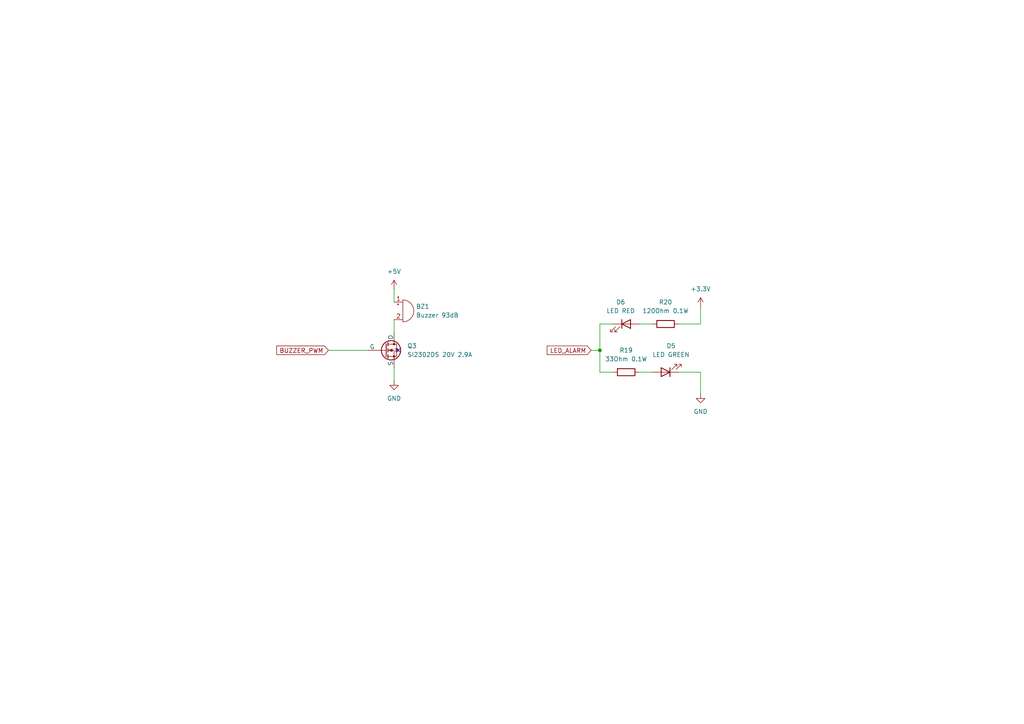
<source format=kicad_sch>
(kicad_sch (version 20250114) (generator "eeschema") (generator_version "9.0")
  (paper "A4")
  (lib_symbols
    (symbol "Device:Buzzer" (pin_names (offset 0.0254) (hide yes))
      (property "Reference" "BZ" (at 3.81 1.27 0))
      (property "Value" "Buzzer" (at 3.81 -1.27 0))
      (symbol "Buzzer_0_1"
        (polyline (pts (xy -1.651 1.905) (xy -1.143 1.905)))
        (polyline (pts (xy -1.397 2.159) (xy -1.397 1.651)))
        (arc (start 0 3.175) (mid 3.1612 0) (end 0 -3.175))
        (polyline (pts (xy 0 3.175) (xy 0 -3.175)))
      )
      (symbol "Buzzer_1_1"
        (pin passive line (at -2.54 2.54 0) (length 2.54) (name "+") (number "1"))
        (pin passive line (at -2.54 -2.54 0) (length 2.54) (name "-") (number "2"))
      )
    )
    (symbol "Device:LED" (pin_numbers (hide yes)) (pin_names (offset 1.016) (hide yes))
      (property "Reference" "D" (at 0 2.54 0))
      (property "Value" "LED" (at 0 -2.54 0))
      (symbol "LED_0_1"
        (polyline (pts (xy -3.048 -0.762) (xy -4.572 -2.286) (xy -3.81 -2.286) (xy -4.572 -2.286) (xy -4.572 -1.524)))
        (polyline (pts (xy -1.778 -0.762) (xy -3.302 -2.286) (xy -2.54 -2.286) (xy -3.302 -2.286) (xy -3.302 -1.524)))
        (polyline (pts (xy -1.27 0) (xy 1.27 0)))
        (polyline (pts (xy -1.27 -1.27) (xy -1.27 1.27)) (stroke (width 0.254)))
        (polyline (pts (xy 1.27 -1.27) (xy 1.27 1.27) (xy -1.27 0) (xy 1.27 -1.27)) (stroke (width 0.254)))
      )
      (symbol "LED_1_1"
        (pin passive line (at -3.81 0 0) (length 2.54) (name "K") (number "1"))
        (pin passive line (at 3.81 0 180) (length 2.54) (name "A") (number "2"))
      )
    )
    (symbol "Device:R" (pin_numbers (hide yes)) (pin_names (offset 0))
      (property "Reference" "R" (at 2.032 0 90))
      (property "Value" "R" (at 0 0 90))
      (symbol "R_0_1"
        (rectangle (start -1.016 -2.54) (end 1.016 2.54) (stroke (width 0.254)))
      )
      (symbol "R_1_1"
        (pin passive line (at 0 3.81 270) (length 1.27) (name "~") (number "1"))
        (pin passive line (at 0 -3.81 90) (length 1.27) (name "~") (number "2"))
      )
    )
    (symbol "Simulation_SPICE:NMOS" (pin_numbers (hide yes)) (pin_names (offset 0))
      (property "Reference" "Q" (at 5.08 1.27 0))
      (property "Value" "NMOS" (at 5.08 -1.27 0))
      (symbol "NMOS_0_1"
        (polyline (pts (xy 0.254 1.905) (xy 0.254 -1.905)) (stroke (width 0.254)))
        (polyline (pts (xy 0.254 0) (xy -2.54 0)))
        (polyline (pts (xy 0.762 2.286) (xy 0.762 1.27)) (stroke (width 0.254)))
        (polyline (pts (xy 0.762 0.508) (xy 0.762 -0.508)) (stroke (width 0.254)))
        (polyline (pts (xy 0.762 -1.27) (xy 0.762 -2.286)) (stroke (width 0.254)))
        (polyline (pts (xy 0.762 -1.778) (xy 3.302 -1.778) (xy 3.302 1.778) (xy 0.762 1.778)))
        (polyline (pts (xy 1.016 0) (xy 2.032 0.381) (xy 2.032 -0.381) (xy 1.016 0)) (fill (type outline)))
        (circle (center 1.651 0) (radius 2.794) (stroke (width 0.254)))
        (polyline (pts (xy 2.54 2.54) (xy 2.54 1.778)))
        (circle (center 2.54 1.778) (radius 0.254) (fill (type outline)))
        (circle (center 2.54 -1.778) (radius 0.254) (fill (type outline)))
        (polyline (pts (xy 2.54 -2.54) (xy 2.54 0) (xy 0.762 0)))
        (polyline (pts (xy 2.794 0.508) (xy 2.921 0.381) (xy 3.683 0.381) (xy 3.81 0.254)))
        (polyline (pts (xy 3.302 0.381) (xy 2.921 -0.254) (xy 3.683 -0.254) (xy 3.302 0.381)))
      )
      (symbol "NMOS_1_1"
        (pin input line (at -5.08 0 0) (length 2.54) (name "G") (number "2"))
        (pin passive line (at 2.54 5.08 270) (length 2.54) (name "D") (number "1"))
        (pin passive line (at 2.54 -5.08 90) (length 2.54) (name "S") (number "3"))
      )
    )
    (symbol "power:+3.3V" (power) (pin_numbers (hide yes)) (pin_names (offset 0) (hide yes))
      (property "Value" "+3.3V" (at 0 3.556 0))
      (symbol "+3.3V_0_1"
        (polyline (pts (xy -0.762 1.27) (xy 0 2.54)))
        (polyline (pts (xy 0 2.54) (xy 0.762 1.27)))
        (polyline (pts (xy 0 0) (xy 0 2.54)))
      )
      (symbol "+3.3V_1_1"
        (pin power_in line (at 0 0 90) (length 0) (name "~") (number "1"))
      )
    )
    (symbol "power:+5V" (power) (pin_numbers (hide yes)) (pin_names (offset 0) (hide yes))
      (property "Value" "+5V" (at 0 3.556 0))
      (symbol "+5V_0_1"
        (polyline (pts (xy -0.762 1.27) (xy 0 2.54)))
        (polyline (pts (xy 0 2.54) (xy 0.762 1.27)))
        (polyline (pts (xy 0 0) (xy 0 2.54)))
      )
      (symbol "+5V_1_1"
        (pin power_in line (at 0 0 90) (length 0) (name "~") (number "1"))
      )
    )
    (symbol "power:GND" (power) (pin_numbers (hide yes)) (pin_names (offset 0) (hide yes))
      (property "Value" "GND" (at 0 -3.81 0))
      (symbol "GND_0_1"
        (polyline (pts (xy 0 0) (xy 0 -1.27) (xy 1.27 -1.27) (xy 0 -2.54) (xy -1.27 -1.27) (xy 0 -1.27)))
      )
      (symbol "GND_1_1"
        (pin power_in line (at 0 0 270) (length 0) (name "~") (number "1"))
      )
    )
  )
  (junction (at 173.99 101.6))
  (no_connect (at 115.57 101.6))
  (wire (pts (xy 114.3 92.71) (xy 114.3 96.52)))
  (wire (pts (xy 203.2 93.98) (xy 203.2 88.9)))
  (wire (pts (xy 185.42 107.95) (xy 189.23 107.95)))
  (wire (pts (xy 203.2 107.95) (xy 196.85 107.95)))
  (wire (pts (xy 177.8 93.98) (xy 173.99 93.98)))
  (wire (pts (xy 185.42 93.98) (xy 189.23 93.98)))
  (wire (pts (xy 173.99 107.95) (xy 177.8 107.95)))
  (wire (pts (xy 203.2 114.3) (xy 203.2 107.95)))
  (wire (pts (xy 95.25 101.6) (xy 106.68 101.6)))
  (wire (pts (xy 173.99 101.6) (xy 173.99 107.95)))
  (wire (pts (xy 196.85 93.98) (xy 203.2 93.98)))
  (wire (pts (xy 173.99 93.98) (xy 173.99 101.6)))
  (wire (pts (xy 171.45 101.6) (xy 173.99 101.6)))
  (wire (pts (xy 114.3 106.68) (xy 114.3 110.49)))
  (wire (pts (xy 114.3 83.82) (xy 114.3 87.63)))
  (global_label "LED_ALARM" (shape input) (at 171.45 101.6 180) (property "Intersheetrefs" "${INTERSHEET_REFS}" (effects (hide yes))))
  (global_label "BUZZER_PWM" (shape input) (at 95.25 101.6 180) (effects (font (thickness 0.1588))) (property "Intersheetrefs" "${INTERSHEET_REFS}" (effects (hide yes))))
  (symbol (lib_id "Device:R") (at 181.61 107.95 90) (unit 1)
    (property "Reference" "R19" (at 181.61 101.6 90))
    (property "Value" "33Ohm 0.1W" (at 181.61 104.14 90))
    (property "Footprint" "Resistor_SMD:R_0603_1608Metric_Pad0.98x0.95mm_HandSolder" (effects (hide yes)))
    (property "Description" "Resistor" (effects (hide yes)))
  )
  (symbol (lib_id "power:+5V") (at 114.3 83.82 0) (unit 1)
    (property "Reference" "#PWR037" (effects (hide yes)))
    (property "Value" "+5V" (at 114.3 78.74 0))
    (property "Description" "Power symbol creates a global label with name \"+5V\"" (effects (hide yes)))
  )
  (symbol (lib_id "Simulation_SPICE:NMOS") (at 111.76 101.6 0) (unit 1)
    (property "Reference" "Q3" (at 118.11 100.3299 0) (effects (justify left)))
    (property "Value" "SI2302DS 20V 2.9A" (at 118.11 102.8699 0) (effects (justify left)))
    (property "Footprint" "Package_TO_SOT_SMD:SOT-23_Handsoldering" (effects (hide yes)))
    (property "Datasheet" "https://ngspice.sourceforge.io/docs/ngspice-html-manual/manual.xhtml#cha_MOSFETs" (effects (hide yes)))
    (property "Description" "N-MOSFET transistor, drain/source/gate" (effects (hide yes)))
    (property "Sim.Device" "NMOS" (effects (hide yes)))
    (property "Sim.Type" "VDMOS" (effects (hide yes)))
    (property "Sim.Pins" "1=D 2=G 3=S" (effects (hide yes)))
  )
  (symbol (lib_id "power:+3.3V") (at 203.2 88.9 0) (unit 1)
    (property "Reference" "#PWR040" (effects (hide yes)))
    (property "Value" "+3.3V" (at 203.2 83.82 0))
    (property "Description" "Power symbol creates a global label with name \"+3.3V\"" (effects (hide yes)))
  )
  (symbol (lib_id "Device:Buzzer") (at 116.84 90.17 0) (unit 1)
    (property "Reference" "BZ1" (at 120.65 88.8999 0) (effects (justify left)))
    (property "Value" "Buzzer 93dB" (at 120.65 91.4399 0) (effects (justify left)))
    (property "Footprint" "Buzzer_Beeper:Buzzer_12x9.5RM7.6" (effects (hide yes)))
    (property "Description" "Buzzer, polarized" (effects (hide yes)))
  )
  (symbol (lib_id "Device:LED") (at 181.61 93.98 0) (unit 1)
    (property "Reference" "D6" (at 180.0225 87.63 0))
    (property "Value" "LED RED" (at 180.0225 90.17 0))
    (property "Footprint" "LED_THT:LED_D5.0mm" (effects (hide yes)))
    (property "Description" "Light emitting diode" (effects (hide yes)))
    (property "Sim.Pins" "1=K 2=A" (effects (hide yes)))
  )
  (symbol (lib_id "power:GND") (at 203.2 114.3 0) (unit 1)
    (property "Reference" "#PWR041" (effects (hide yes)))
    (property "Value" "GND" (at 203.2 119.38 0))
    (property "Description" "Power symbol creates a global label with name \"GND\" , ground" (effects (hide yes)))
  )
  (symbol (lib_id "Device:R") (at 193.04 93.98 90) (unit 1)
    (property "Reference" "R20" (at 193.04 87.63 90))
    (property "Value" "120Ohm 0.1W" (at 193.04 90.17 90))
    (property "Footprint" "Resistor_SMD:R_0603_1608Metric_Pad0.98x0.95mm_HandSolder" (effects (hide yes)))
    (property "Description" "Resistor" (effects (hide yes)))
  )
  (symbol (lib_id "Device:LED") (at 193.04 107.95 180) (unit 1)
    (property "Reference" "D5" (at 194.6275 100.33 0))
    (property "Value" "LED GREEN" (at 194.6275 102.87 0))
    (property "Footprint" "LED_THT:LED_D5.0mm" (effects (hide yes)))
    (property "Description" "Light emitting diode" (effects (hide yes)))
    (property "Sim.Pins" "1=K 2=A" (effects (hide yes)))
  )
  (symbol (lib_id "power:GND") (at 114.3 110.49 0) (unit 1)
    (property "Reference" "#PWR038" (effects (hide yes)))
    (property "Value" "GND" (at 114.3 115.57 0))
    (property "Description" "Power symbol creates a global label with name \"GND\" , ground" (effects (hide yes)))
  )
)
</source>
